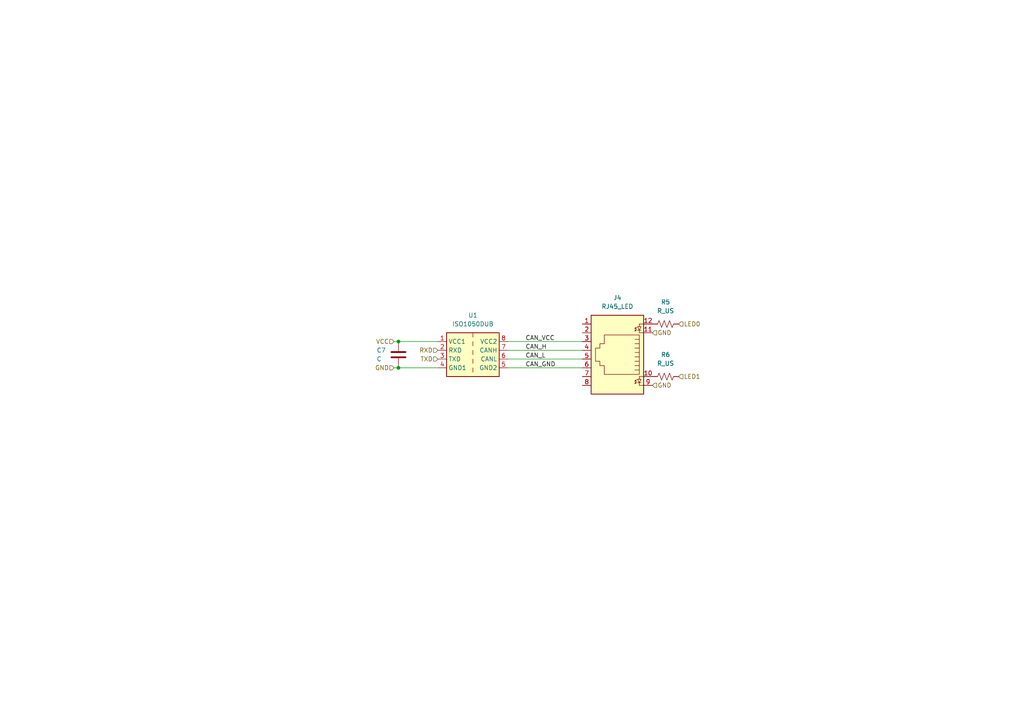
<source format=kicad_sch>
(kicad_sch (version 20210621) (generator eeschema)
  (paper "A4")
  (lib_symbols
    (symbol "Connector:RJ45_LED" (pin_names (offset 1.016))
      (property "Reference" "J" (at -5.08 13.97 0))
      (property "Value" "RJ45_LED" (at 1.27 13.97 0))
      (symbol "RJ45_LED_0_1"
        (polyline (pts (xy -7.62 -7.62) (xy -6.35 -7.62)))
        (polyline (pts (xy -7.62 -5.08) (xy -6.35 -5.08)))
        (polyline (pts (xy -7.62 7.62) (xy -6.35 7.62)))
        (polyline (pts (xy -7.62 10.16) (xy -6.35 10.16)))
        (polyline (pts (xy -6.858 -5.842) (xy -5.842 -5.842)))
        (polyline (pts (xy -6.858 9.398) (xy -5.842 9.398)))
        (polyline (pts (xy -6.35 -7.62) (xy -6.35 -6.858)))
        (polyline (pts (xy -6.35 -5.08) (xy -6.35 -5.842)))
        (polyline (pts (xy -6.35 7.62) (xy -6.35 8.382)))
        (polyline (pts (xy -6.35 10.16) (xy -6.35 9.398)))
        (polyline (pts (xy -5.08 -6.223) (xy -5.207 -6.604)))
        (polyline (pts (xy -5.08 -5.588) (xy -5.207 -5.969)))
        (polyline (pts (xy -5.08 4.445) (xy -6.35 4.445)))
        (polyline (pts (xy -5.08 5.715) (xy -6.35 5.715)))
        (polyline (pts (xy -5.08 9.017) (xy -5.207 8.636)))
        (polyline (pts (xy -5.08 9.652) (xy -5.207 9.271)))
        (polyline (pts (xy -6.35 -3.175) (xy -5.08 -3.175) (xy -5.08 -3.175)))
        (polyline (pts (xy -6.35 -1.905) (xy -5.08 -1.905) (xy -5.08 -1.905)))
        (polyline (pts (xy -6.35 -0.635) (xy -5.08 -0.635) (xy -5.08 -0.635)))
        (polyline (pts (xy -6.35 0.635) (xy -5.08 0.635) (xy -5.08 0.635)))
        (polyline (pts (xy -6.35 1.905) (xy -5.08 1.905) (xy -5.08 1.905)))
        (polyline (pts (xy -5.588 -6.731) (xy -5.08 -6.223) (xy -5.461 -6.35)))
        (polyline (pts (xy -5.588 -6.096) (xy -5.08 -5.588) (xy -5.461 -5.715)))
        (polyline (pts (xy -5.588 8.509) (xy -5.08 9.017) (xy -5.461 8.89)))
        (polyline (pts (xy -5.588 9.144) (xy -5.08 9.652) (xy -5.461 9.525)))
        (polyline (pts (xy -5.08 3.175) (xy -6.35 3.175) (xy -6.35 3.175)))
        (polyline (pts (xy -6.35 -5.842) (xy -6.858 -6.858) (xy -5.842 -6.858) (xy -6.35 -5.842)))
        (polyline (pts (xy -6.35 9.398) (xy -6.858 8.382) (xy -5.842 8.382) (xy -6.35 9.398)))
        (polyline (pts (xy -6.35 -4.445) (xy -6.35 6.985) (xy 3.81 6.985) (xy 3.81 4.445) (xy 5.08 4.445) (xy 5.08 3.175) (xy 6.35 3.175) (xy 6.35 -0.635) (xy 5.08 -0.635) (xy 5.08 -1.905) (xy 3.81 -1.905) (xy 3.81 -4.445) (xy -6.35 -4.445) (xy -6.35 -4.445)))
        (rectangle (start 7.62 12.7) (end -7.62 -10.16) (stroke (width 0.254)) (fill (type background)))
      )
      (symbol "RJ45_LED_1_1"
        (pin passive line (at 10.16 -7.62 180) (length 2.54) (name "~") (number "1"))
        (pin passive line (at -10.16 7.62 0) (length 2.54) (name "~") (number "10"))
        (pin passive line (at -10.16 -5.08 0) (length 2.54) (name "~") (number "11"))
        (pin passive line (at -10.16 -7.62 0) (length 2.54) (name "~") (number "12"))
        (pin passive line (at 10.16 -5.08 180) (length 2.54) (name "~") (number "2"))
        (pin passive line (at 10.16 -2.54 180) (length 2.54) (name "~") (number "3"))
        (pin passive line (at 10.16 0 180) (length 2.54) (name "~") (number "4"))
        (pin passive line (at 10.16 2.54 180) (length 2.54) (name "~") (number "5"))
        (pin passive line (at 10.16 5.08 180) (length 2.54) (name "~") (number "6"))
        (pin passive line (at 10.16 7.62 180) (length 2.54) (name "~") (number "7"))
        (pin passive line (at 10.16 10.16 180) (length 2.54) (name "~") (number "8"))
        (pin passive line (at -10.16 10.16 0) (length 2.54) (name "~") (number "9"))
      )
    )
    (symbol "Device:C" (pin_numbers hide) (pin_names (offset 0.254))
      (property "Reference" "C" (at 0.635 2.54 0))
      (property "Value" "C" (at 0.635 -2.54 0))
      (symbol "C_0_1"
        (polyline (pts (xy -2.032 -0.762) (xy 2.032 -0.762)) (stroke (width 0.508)))
        (polyline (pts (xy -2.032 0.762) (xy 2.032 0.762)) (stroke (width 0.508)))
      )
      (symbol "C_1_1"
        (pin passive line (at 0 3.81 270) (length 2.794) (name "~") (number "1"))
        (pin passive line (at 0 -3.81 90) (length 2.794) (name "~") (number "2"))
      )
    )
    (symbol "Device:R_US" (pin_numbers hide) (pin_names (offset 0))
      (property "Reference" "R" (at 2.54 0 90))
      (property "Value" "R_US" (at -2.54 0 90))
      (symbol "R_US_0_1"
        (polyline (pts (xy 0 -2.286) (xy 0 -2.54)))
        (polyline (pts (xy 0 2.286) (xy 0 2.54)))
        (polyline (pts (xy 0 -0.762) (xy 1.016 -1.143) (xy 0 -1.524) (xy -1.016 -1.905) (xy 0 -2.286)))
        (polyline (pts (xy 0 0.762) (xy 1.016 0.381) (xy 0 0) (xy -1.016 -0.381) (xy 0 -0.762)))
        (polyline (pts (xy 0 2.286) (xy 1.016 1.905) (xy 0 1.524) (xy -1.016 1.143) (xy 0 0.762)))
      )
      (symbol "R_US_1_1"
        (pin passive line (at 0 3.81 270) (length 1.27) (name "~") (number "1"))
        (pin passive line (at 0 -3.81 90) (length 1.27) (name "~") (number "2"))
      )
    )
    (symbol "Interface_CAN_LIN:ISO1050DUB"
      (property "Reference" "U" (at -6.35 6.35 0))
      (property "Value" "ISO1050DUB" (at 2.54 6.35 0))
      (symbol "ISO1050DUB_0_1"
        (rectangle (start -7.62 5.08) (end 7.62 -7.62) (stroke (width 0.254)) (fill (type background)))
        (polyline (pts (xy 0 -5.08) (xy 0 -6.35)))
        (polyline (pts (xy 0 -2.54) (xy 0 -3.81)))
        (polyline (pts (xy 0 0) (xy 0 -1.27)))
        (polyline (pts (xy 0 2.54) (xy 0 1.27)))
        (polyline (pts (xy 0 5.08) (xy 0 3.81)))
      )
      (symbol "ISO1050DUB_1_1"
        (pin power_in line (at -10.16 2.54 0) (length 2.54) (name "VCC1") (number "1"))
        (pin output line (at -10.16 0 0) (length 2.54) (name "RXD") (number "2"))
        (pin input line (at -10.16 -2.54 0) (length 2.54) (name "TXD") (number "3"))
        (pin power_in line (at -10.16 -5.08 0) (length 2.54) (name "GND1") (number "4"))
        (pin power_in line (at 10.16 -5.08 180) (length 2.54) (name "GND2") (number "5"))
        (pin bidirectional line (at 10.16 -2.54 180) (length 2.54) (name "CANL") (number "6"))
        (pin bidirectional line (at 10.16 0 180) (length 2.54) (name "CANH") (number "7"))
        (pin power_in line (at 10.16 2.54 180) (length 2.54) (name "VCC2") (number "8"))
      )
    )
  )
  (junction (at 115.57 106.68))
  (junction (at 115.57 99.06))
  (wire (pts (xy 127 99.06) (xy 115.57 99.06)))
  (wire (pts (xy 147.32 104.14) (xy 168.91 104.14)))
  (wire (pts (xy 115.57 99.06) (xy 114.3 99.06)))
  (wire (pts (xy 168.91 106.68) (xy 147.32 106.68)))
  (wire (pts (xy 115.57 106.68) (xy 114.3 106.68)))
  (wire (pts (xy 147.32 99.06) (xy 168.91 99.06)))
  (wire (pts (xy 127 106.68) (xy 115.57 106.68)))
  (wire (pts (xy 147.32 101.6) (xy 168.91 101.6)))
  (label "CAN_L" (at 152.4 104.14 0))
  (label "CAN_VCC" (at 152.4 99.06 0))
  (label "CAN_H" (at 152.4 101.6 0))
  (label "CAN_GND" (at 152.4 106.68 0))
  (hierarchical_label "LED0" (shape input) (at 196.85 93.98 0))
  (hierarchical_label "TXD" (shape input) (at 127 104.14 180))
  (hierarchical_label "GND" (shape input) (at 189.23 96.52 0))
  (hierarchical_label "RXD" (shape input) (at 127 101.6 180))
  (hierarchical_label "GND" (shape input) (at 189.23 111.76 0))
  (hierarchical_label "GND" (shape input) (at 114.3 106.68 180))
  (hierarchical_label "LED1" (shape input) (at 196.85 109.22 0))
  (hierarchical_label "VCC" (shape input) (at 114.3 99.06 180))
  (symbol (lib_id "Device:R_US") (at 193.04 109.22 90) (unit 1)
    (property "Reference" "R6" (at 193.04 102.87 90))
    (property "Value" "R_US" (at 193.04 105.41 90))
  )
  (symbol (lib_id "Device:R_US") (at 193.04 93.98 90) (unit 1)
    (property "Reference" "R5" (at 193.04 87.63 90))
    (property "Value" "R_US" (at 193.04 90.17 90))
  )
  (symbol (lib_id "Device:C") (at 115.57 102.87 0) (unit 1)
    (property "Reference" "C7" (at 109.22 101.6 0) (effects (justify left)))
    (property "Value" "C" (at 109.22 104.14 0) (effects (justify left)))
  )
  (symbol (lib_id "Interface_CAN_LIN:ISO1050DUB") (at 137.16 101.6 0) (unit 1)
    (property "Reference" "U1" (at 137.16 91.44 0))
    (property "Value" "ISO1050DUB" (at 137.16 93.98 0))
    (property "Footprint" "Package_SO:SOP-8_6.62x9.15mm_P2.54mm" (effects hide))
    (property "Datasheet" "http://www.ti.com/lit/ds/symlink/iso1050.pdf" (effects hide))
  )
  (symbol (lib_id "Connector:RJ45_LED") (at 179.07 101.6 180) (unit 1)
    (property "Reference" "J4" (at 179.07 86.36 0))
    (property "Value" "RJ45_LED" (at 179.07 88.9 0))
    (property "Footprint" "Connector_RJ:RJ45_Amphenol_RJHSE538X" (effects hide))
  )
)
</source>
